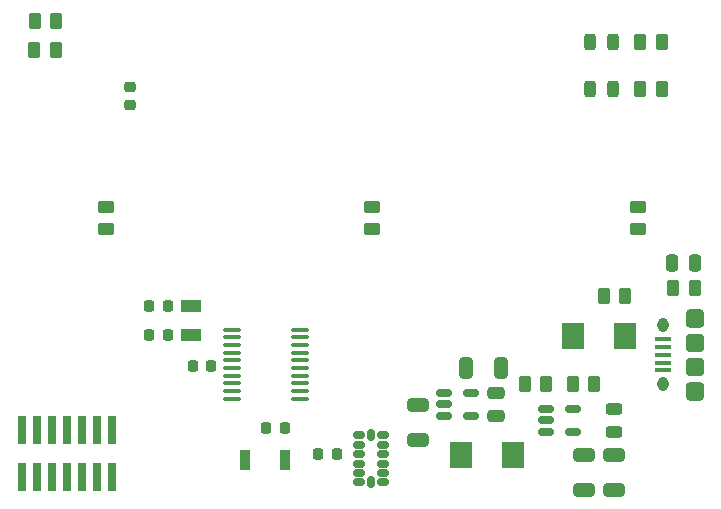
<source format=gbr>
%TF.GenerationSoftware,KiCad,Pcbnew,8.0.5*%
%TF.CreationDate,2024-11-06T09:26:01-07:00*%
%TF.ProjectId,STM32G041F8P6_dev,53544d33-3247-4303-9431-463850365f64,rev?*%
%TF.SameCoordinates,Original*%
%TF.FileFunction,Paste,Top*%
%TF.FilePolarity,Positive*%
%FSLAX46Y46*%
G04 Gerber Fmt 4.6, Leading zero omitted, Abs format (unit mm)*
G04 Created by KiCad (PCBNEW 8.0.5) date 2024-11-06 09:26:01*
%MOMM*%
%LPD*%
G01*
G04 APERTURE LIST*
G04 Aperture macros list*
%AMRoundRect*
0 Rectangle with rounded corners*
0 $1 Rounding radius*
0 $2 $3 $4 $5 $6 $7 $8 $9 X,Y pos of 4 corners*
0 Add a 4 corners polygon primitive as box body*
4,1,4,$2,$3,$4,$5,$6,$7,$8,$9,$2,$3,0*
0 Add four circle primitives for the rounded corners*
1,1,$1+$1,$2,$3*
1,1,$1+$1,$4,$5*
1,1,$1+$1,$6,$7*
1,1,$1+$1,$8,$9*
0 Add four rect primitives between the rounded corners*
20,1,$1+$1,$2,$3,$4,$5,0*
20,1,$1+$1,$4,$5,$6,$7,0*
20,1,$1+$1,$6,$7,$8,$9,0*
20,1,$1+$1,$8,$9,$2,$3,0*%
G04 Aperture macros list end*
%ADD10RoundRect,0.225000X-0.225000X-0.250000X0.225000X-0.250000X0.225000X0.250000X-0.225000X0.250000X0*%
%ADD11RoundRect,0.225000X-0.250000X0.225000X-0.250000X-0.225000X0.250000X-0.225000X0.250000X0.225000X0*%
%ADD12O,1.550000X0.890000*%
%ADD13O,0.950000X1.250000*%
%ADD14RoundRect,0.100000X0.575000X-0.100000X0.575000X0.100000X-0.575000X0.100000X-0.575000X-0.100000X0*%
%ADD15RoundRect,0.250000X0.525000X-0.475000X0.525000X0.475000X-0.525000X0.475000X-0.525000X-0.475000X0*%
%ADD16RoundRect,0.250000X0.525000X-0.500000X0.525000X0.500000X-0.525000X0.500000X-0.525000X-0.500000X0*%
%ADD17RoundRect,0.150000X-0.512500X-0.150000X0.512500X-0.150000X0.512500X0.150000X-0.512500X0.150000X0*%
%ADD18R,1.800000X1.000000*%
%ADD19RoundRect,0.250000X0.450000X-0.262500X0.450000X0.262500X-0.450000X0.262500X-0.450000X-0.262500X0*%
%ADD20RoundRect,0.225000X0.225000X0.250000X-0.225000X0.250000X-0.225000X-0.250000X0.225000X-0.250000X0*%
%ADD21RoundRect,0.250000X0.250000X0.475000X-0.250000X0.475000X-0.250000X-0.475000X0.250000X-0.475000X0*%
%ADD22RoundRect,0.100000X-0.637500X-0.100000X0.637500X-0.100000X0.637500X0.100000X-0.637500X0.100000X0*%
%ADD23RoundRect,0.250000X0.262500X0.450000X-0.262500X0.450000X-0.262500X-0.450000X0.262500X-0.450000X0*%
%ADD24R,1.879600X2.260600*%
%ADD25RoundRect,0.250000X-0.650000X0.325000X-0.650000X-0.325000X0.650000X-0.325000X0.650000X0.325000X0*%
%ADD26R,0.900000X1.700000*%
%ADD27RoundRect,0.250000X0.325000X0.650000X-0.325000X0.650000X-0.325000X-0.650000X0.325000X-0.650000X0*%
%ADD28RoundRect,0.250000X-0.262500X-0.450000X0.262500X-0.450000X0.262500X0.450000X-0.262500X0.450000X0*%
%ADD29RoundRect,0.243750X-0.456250X0.243750X-0.456250X-0.243750X0.456250X-0.243750X0.456250X0.243750X0*%
%ADD30RoundRect,0.250000X0.650000X-0.325000X0.650000X0.325000X-0.650000X0.325000X-0.650000X-0.325000X0*%
%ADD31RoundRect,0.243750X0.243750X0.456250X-0.243750X0.456250X-0.243750X-0.456250X0.243750X-0.456250X0*%
%ADD32RoundRect,0.250000X0.475000X-0.250000X0.475000X0.250000X-0.475000X0.250000X-0.475000X-0.250000X0*%
%ADD33R,0.740000X2.400000*%
%ADD34RoundRect,0.150000X-0.325000X-0.150000X0.325000X-0.150000X0.325000X0.150000X-0.325000X0.150000X0*%
%ADD35RoundRect,0.150000X-0.150000X-0.325000X0.150000X-0.325000X0.150000X0.325000X-0.150000X0.325000X0*%
G04 APERTURE END LIST*
D10*
%TO.C,C12*%
X192725000Y-90900000D03*
X194275000Y-90900000D03*
%TD*%
D11*
%TO.C,C11*%
X176800000Y-59825000D03*
X176800000Y-61375000D03*
%TD*%
D12*
%TO.C,J1*%
X224600000Y-86000000D03*
D13*
X221900000Y-85000000D03*
X221900000Y-80000000D03*
D12*
X224600000Y-79000000D03*
D14*
X221900000Y-83800000D03*
X221900000Y-83150000D03*
X221900000Y-82500000D03*
X221900000Y-81850000D03*
X221900000Y-81200000D03*
D15*
X224600000Y-85525000D03*
D16*
X224600000Y-83500000D03*
X224600000Y-81500000D03*
D15*
X224600000Y-79475000D03*
%TD*%
D17*
%TO.C,U2*%
X203362500Y-85750000D03*
X203362500Y-86700000D03*
X203362500Y-87650000D03*
X205637500Y-87650000D03*
X205637500Y-85750000D03*
%TD*%
D18*
%TO.C,Y1*%
X181950000Y-78350000D03*
X181950000Y-80850000D03*
%TD*%
D19*
%TO.C,R8*%
X219750002Y-71825000D03*
X219750002Y-70000000D03*
%TD*%
D10*
%TO.C,C1*%
X182100000Y-83450000D03*
X183650000Y-83450000D03*
%TD*%
D20*
%TO.C,C3*%
X179950000Y-78350000D03*
X178400000Y-78350000D03*
%TD*%
D21*
%TO.C,C5*%
X224600000Y-74700000D03*
X222700000Y-74700000D03*
%TD*%
D22*
%TO.C,U3*%
X185425000Y-80375000D03*
X185425000Y-81025000D03*
X185425000Y-81675000D03*
X185425000Y-82325000D03*
X185425000Y-82975000D03*
X185425000Y-83625000D03*
X185425000Y-84275000D03*
X185425000Y-84925000D03*
X185425000Y-85575000D03*
X185425000Y-86225000D03*
X191150000Y-86225000D03*
X191150000Y-85575000D03*
X191150000Y-84925000D03*
X191150000Y-84275000D03*
X191150000Y-83625000D03*
X191150000Y-82975000D03*
X191150000Y-82325000D03*
X191150000Y-81675000D03*
X191150000Y-81025000D03*
X191150000Y-80375000D03*
%TD*%
D23*
%TO.C,R5*%
X221775000Y-60000000D03*
X219950000Y-60000000D03*
%TD*%
D24*
%TO.C,CR2*%
X204790200Y-91000000D03*
X209209800Y-91000000D03*
%TD*%
D25*
%TO.C,C2*%
X217750000Y-91000000D03*
X217750000Y-93950000D03*
%TD*%
D26*
%TO.C,SW1*%
X186487500Y-91400000D03*
X189887500Y-91400000D03*
%TD*%
D27*
%TO.C,C10*%
X208175000Y-83600000D03*
X205225000Y-83600000D03*
%TD*%
D23*
%TO.C,R9*%
X170512500Y-54200000D03*
X168687500Y-54200000D03*
%TD*%
D28*
%TO.C,R2*%
X214250000Y-85000000D03*
X216075000Y-85000000D03*
%TD*%
D29*
%TO.C,D1*%
X217750000Y-87125000D03*
X217750000Y-89000000D03*
%TD*%
D28*
%TO.C,R11*%
X216894600Y-77500000D03*
X218719600Y-77500000D03*
%TD*%
D23*
%TO.C,R3*%
X212000000Y-85000000D03*
X210175000Y-85000000D03*
%TD*%
D30*
%TO.C,C7*%
X201150000Y-89675000D03*
X201150000Y-86725000D03*
%TD*%
D31*
%TO.C,D2*%
X217625000Y-56000000D03*
X215750000Y-56000000D03*
%TD*%
D19*
%TO.C,R7*%
X197250001Y-71825000D03*
X197250001Y-70000000D03*
%TD*%
D23*
%TO.C,R1*%
X224600000Y-76800000D03*
X222775000Y-76800000D03*
%TD*%
D19*
%TO.C,R6*%
X174750000Y-71825000D03*
X174750000Y-70000000D03*
%TD*%
D31*
%TO.C,D3*%
X217625000Y-60000000D03*
X215750000Y-60000000D03*
%TD*%
D23*
%TO.C,R4*%
X221775000Y-56000000D03*
X219950000Y-56000000D03*
%TD*%
D32*
%TO.C,C9*%
X207800000Y-87650000D03*
X207800000Y-85750000D03*
%TD*%
D33*
%TO.C,J4*%
X167590000Y-92800000D03*
X167590000Y-88900000D03*
X168860000Y-92800000D03*
X168860000Y-88900000D03*
X170130000Y-92800000D03*
X170130000Y-88900000D03*
X171400000Y-92800000D03*
X171400000Y-88900000D03*
X172670000Y-92800000D03*
X172670000Y-88900000D03*
X173940000Y-92800000D03*
X173940000Y-88900000D03*
X175210000Y-92800000D03*
X175210000Y-88900000D03*
%TD*%
D25*
%TO.C,C8*%
X215250000Y-91000000D03*
X215250000Y-93950000D03*
%TD*%
D34*
%TO.C,U4*%
X196200000Y-89300000D03*
X196200000Y-90100000D03*
X196200000Y-90900000D03*
X196200000Y-91700000D03*
X196200000Y-92500000D03*
X196200000Y-93300000D03*
D35*
X197200000Y-93300000D03*
D34*
X198200000Y-93300000D03*
X198200000Y-92500000D03*
X198200000Y-91700000D03*
X198200000Y-90900000D03*
X198200000Y-90100000D03*
X198200000Y-89300000D03*
D35*
X197200000Y-89300000D03*
%TD*%
D10*
%TO.C,C6*%
X188312500Y-88700000D03*
X189862500Y-88700000D03*
%TD*%
D17*
%TO.C,U1*%
X212000000Y-87100000D03*
X212000000Y-88050000D03*
X212000000Y-89000000D03*
X214275000Y-89000000D03*
X214275000Y-87100000D03*
%TD*%
D23*
%TO.C,R10*%
X170500000Y-56700000D03*
X168675000Y-56700000D03*
%TD*%
D20*
%TO.C,C4*%
X179950000Y-80850000D03*
X178400000Y-80850000D03*
%TD*%
D24*
%TO.C,CR1*%
X214300000Y-80900000D03*
X218719600Y-80900000D03*
%TD*%
M02*

</source>
